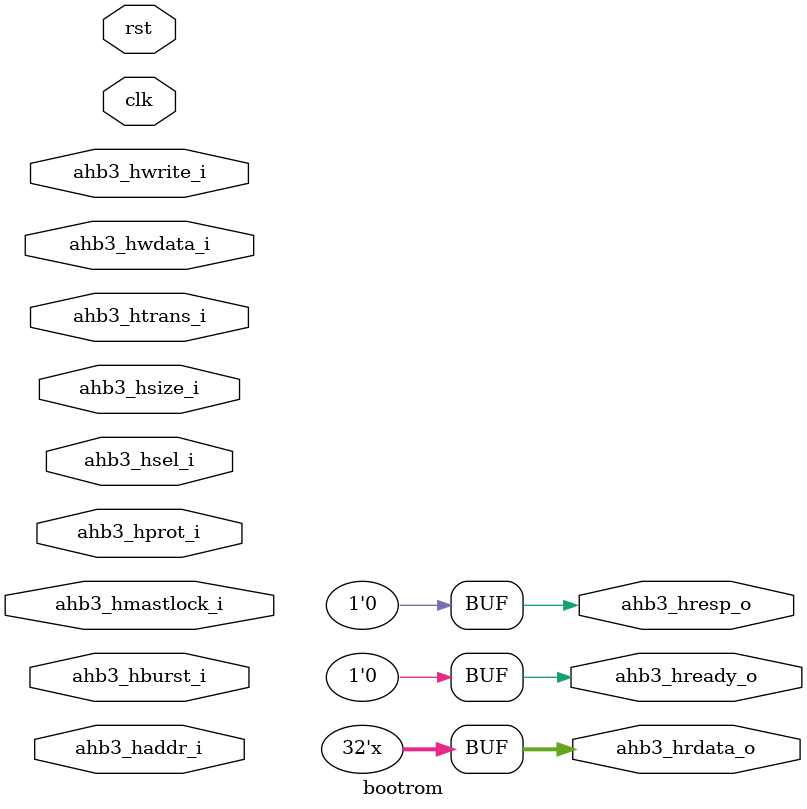
<source format=sv>

/* Copyright (c) 2019-2020 by the author(s)
 *
 * Permission is hereby granted, free of charge, to any person obtaining a copy
 * of this software and associated documentation files (the "Software"), to deal
 * in the Software without restriction, including without limitation the rights
 * to use, copy, modify, merge, publish, distribute, sublicense, and/or sell
 * copies of the Software, and to permit persons to whom the Software is
 * furnished to do so, subject to the following conditions:
 *
 * The above copyright notice and this permission notice shall be included in
 * all copies or substantial portions of the Software.
 *
 * THE SOFTWARE IS PROVIDED "AS IS", WITHOUT WARRANTY OF ANY KIND, EXPRESS OR
 * IMPLIED, INCLUDING BUT NOT LIMITED TO THE WARRANTIES OF MERCHANTABILITY,
 * FITNESS FOR A PARTICULAR PURPOSE AND NONINFRINGEMENT. IN NO EVENT SHALL THE
 * AUTHORS OR COPYRIGHT HOLDERS BE LIABLE FOR ANY CLAIM, DAMAGES OR OTHER
 * LIABILITY, WHETHER IN AN ACTION OF CONTRACT, TORT OR OTHERWISE, ARISING FROM,
 * OUT OF OR IN CONNECTION WITH THE SOFTWARE OR THE USE OR OTHER DEALINGS IN
 * THE SOFTWARE.
 *
 * =============================================================================
 * Author(s):
 *   Paco Reina Campo <pacoreinacampo@queenfield.tech>
 */

module bootrom #(
  parameter PLEN = 32,
  parameter XLEN = 32
) (
  input clk,
  input rst,

  input            ahb3_hsel_i,
  input [PLEN-1:0] ahb3_haddr_i,
  input [XLEN-1:0] ahb3_hwdata_i,
  input            ahb3_hwrite_i,
  input [     2:0] ahb3_hsize_i,
  input [     2:0] ahb3_hburst_i,
  input [     3:0] ahb3_hprot_i,
  input [     1:0] ahb3_htrans_i,
  input            ahb3_hmastlock_i,

  output reg [XLEN-1:0] ahb3_hrdata_o,
  output                ahb3_hready_o,
  output                ahb3_hresp_o
);

  ////////////////////////////////////////////////////////////////
  //
  // Module Body
  //
  assign ahb3_hready_o = 1'b0;
  assign ahb3_hresp_o  = 1'b0;

  always @(*) begin
    case (ahb3_haddr_i[7:2])
      `include "bootrom_code.sv"
      default: ahb3_hrdata_o = 32'hx;
    endcase
  end
endmodule

</source>
